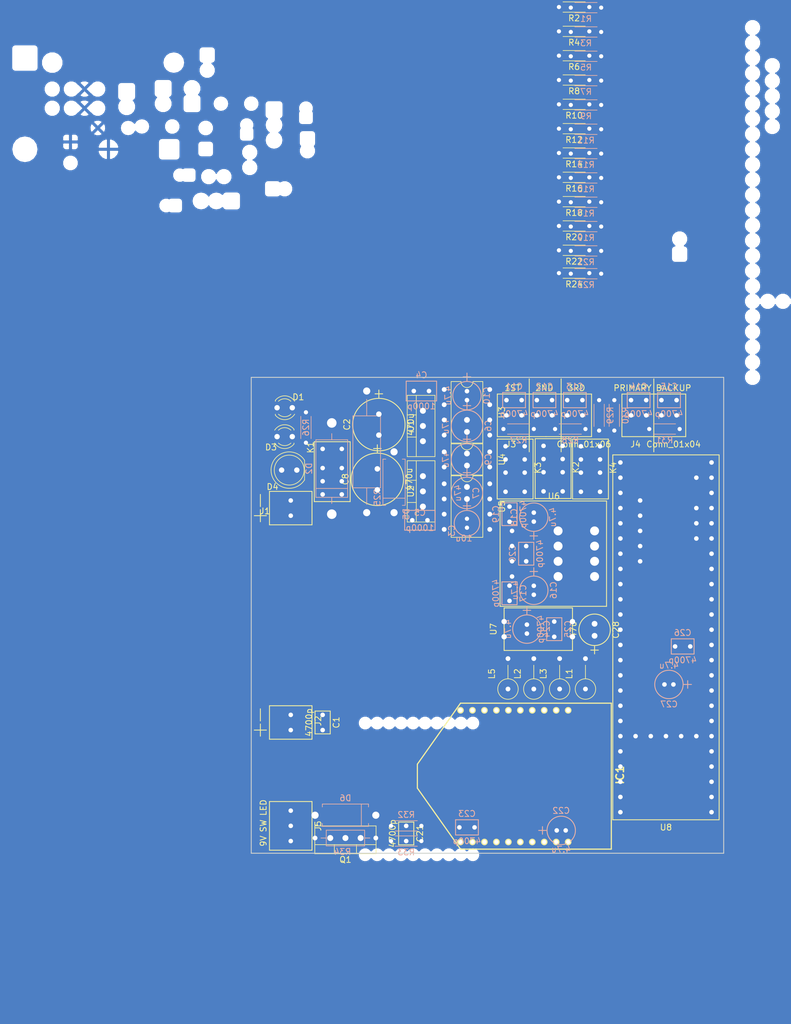
<source format=kicad_pcb>
(kicad_pcb (version 4) (host pcbnew 4.0.7)
  (layers (0 F.Cu signal) (1 In1.Cu power hide) (2 In2.Cu power hide) (31 B.Cu signal hide) (34 B.Paste user hide) (35 F.Paste user hide) (36 B.SilkS user) (37 F.SilkS user) (38 B.Mask user hide) (39 F.Mask user hide) (44 Edge.Cuts user))
  (net 0 "")
  (net 1 GND)
  (net 2 V_5)
  (net 3 V_33)
  (net 4 SWITCH_RETURN)
  (net 5 "/Current Sensor/CurrentIn")
  (net 6 EM_R1+)
  (net 7 EM_R1-)
  (net 8 EM_R2+)
  (net 9 EM_R2-)
  (net 10 EM_R3+)
  (net 11 EM_R3-)
  (net 12 EM_E1+)
  (net 13 EM_E1-)
  (net 14 EM_E2+)
  (net 15 EM_E2-)
  (net 16 CURR_REF)
  (net 17 CurrentData_5V)
  (net 18 /Microcontroller/VEE)
  (net 19 "Net-(D1-Pad1)")
  (net 20 "/Power Rails/VCC_9")
  (net 21 "Net-(D2-Pad2)")
  (net 22 "Net-(D4-Pad2)")
  (net 23 V_9)
  (net 24 "Net-(D6-Pad1)")
  (net 25 /LED_CATHODE)
  (net 26 UART_TIXO)
  (net 27 UART_TOXI)
  (net 28 SPI_MISO)
  (net 29 XB_~RST)
  (net 30 XB_~SLP)
  (net 31 SPI_MOSI)
  (net 32 UART_~CTS)
  (net 33 UART_~RTS)
  (net 34 SPI_SS)
  (net 35 SPI_CLK)
  (net 36 XB_~INTERRUPT)
  (net 37 ROVER_RELAY)
  (net 38 "Net-(K1-Pad8)")
  (net 39 RLY_3_SHNT_SRC)
  (net 40 "Net-(K2-Pad4)")
  (net 41 RLY_12_SHNT_SRC)
  (net 42 RLY_45_SHNT_SRC)
  (net 43 "Net-(Q1-Pad2)")
  (net 44 CurrentData_2.5V)
  (net 45 ARMED_3V)
  (net 46 EM_E2_VD-)
  (net 47 EM_E2_VD+)
  (net 48 EM_E1_VD-)
  (net 49 EM_E1_VD+)
  (net 50 EM_R3_VD-)
  (net 51 EM_R3_VD+)
  (net 52 EM_R2_VD-)
  (net 53 EM_R2_VD+)
  (net 54 EM_R1_VD-)
  (net 55 EM_R1_VD+)
  (net 56 LED_CONTROL)
  (net 57 RELAY_1_DRAIN)
  (net 58 RELAY_2_DRAIN)
  (net 59 RELAY_3_DRAIN)
  (net 60 RELAY_4_DRAIN)
  (net 61 RELAY_5_DRAIN)
  (net 62 "Net-(U6-Pad2)")
  (net 63 "Net-(U6-Pad4)")
  (net 64 "Net-(U6-Pad6)")
  (net 65 PRESSURE+)
  (net 66 PRESSURE-)
  (net 67 "Net-(C3-Pad1)")
  (net 68 "Net-(C21-Pad1)")
  (net 69 "Net-(J2-Pad2)")
  (net 70 "Net-(J5-Pad1)")
  (net 71 "Net-(J5-Pad2)")
  (net 72 "Net-(C1-Pad1)")
  (module Housings_DIP:DIP-8_W7.62mm (layer F.Cu) (at 135.128 87.122)
    (fp_text reference U3 (at 9.652 3.81 90) (layer F.SilkS))
    (fp_text value TLP222A-2)
    (pad 1 thru_hole rect (at 0 0) (size 1.6 1.6) (drill 0.8) (layers *.Cu *.Mask) (net 57 RELAY_1_DRAIN))
    (pad 5 thru_hole oval (at 7.62 7.62) (size 1.6 1.6) (drill 0.8) (layers *.Cu *.Mask) (net 8 EM_R2+))
    (pad 2 thru_hole oval (at 0 2.54) (size 1.6 1.6) (drill 0.8) (layers *.Cu *.Mask) (net 1 GND))
    (pad 6 thru_hole oval (at 7.62 5.08) (size 1.6 1.6) (drill 0.8) (layers *.Cu *.Mask) (net 4 SWITCH_RETURN))
    (pad 3 thru_hole oval (at 0 5.08) (size 1.6 1.6) (drill 0.8) (layers *.Cu *.Mask) (net 58 RELAY_2_DRAIN))
    (pad 7 thru_hole oval (at 7.62 2.54) (size 1.6 1.6) (drill 0.8) (layers *.Cu *.Mask) (net 6 EM_R1+))
    (pad 4 thru_hole oval (at 0 7.62) (size 1.6 1.6) (drill 0.8) (layers *.Cu *.Mask) (net 1 GND))
    (pad 8 thru_hole oval (at 7.62 0) (size 1.6 1.6) (drill 0.8) (layers *.Cu *.Mask) (net 4 SWITCH_RETURN))
  )
  (module TO_SOT_Packages_THT:TO-220-3_Vertical (layer F.Cu) (at 131.572 106.68 90)
    (fp_text reference U2 (at 2.54 -2.032 270) (layer F.SilkS))
    (fp_text value LM1085-3.3)
    (pad 1 thru_hole rect (at 0 0 90) (size 1.8 1.8) (drill 1) (layers *.Cu *.Mask) (net 1 GND))
    (pad 2 thru_hole oval (at 2.54 0 90) (size 1.8 1.8) (drill 1) (layers *.Cu *.Mask) (net 3 V_33))
    (pad 3 thru_hole oval (at 5.08 0 90) (size 1.8 1.8) (drill 1) (layers *.Cu *.Mask) (net 67 "Net-(C3-Pad1)"))
  )
  (module PLEC:THTt_100Px200Lx125Wx200H_1000p (layer B.Cu) (at 131.064 108.966)
    (fp_text reference C5 (at 0 -1.27) (layer B.SilkS) (effects (justify mirror)))
    (fp_text value 1000p (at 0 1.27) (layer B.SilkS) (effects (justify mirror)))
    (pad 1 thru_hole circle (at -1.27 0) (size 1.524 1.524) (drill 0.762) (layers *.Cu *.Mask) (net 67 "Net-(C3-Pad1)"))
    (pad 2 thru_hole circle (at 1.27 0) (size 1.524 1.524) (drill 0.762) (layers *.Cu *.Mask) (net 1 GND))
  )
  (module PLEC:THTt_100Px150Lx100Wx183H_4700p (layer B.Cu) (at 172.72 88.9)
    (fp_text reference C15 (at 0 -2.286) (layer B.SilkS) (effects (justify mirror)))
    (fp_text value 4700p (at 0 2.286) (layer B.SilkS) (effects (justify mirror)))
    (pad 1 thru_hole circle (at -1.27 0) (size 1.524 1.524) (drill 0.762) (layers *.Cu *.Mask) (net 14 EM_E2+))
    (pad 2 thru_hole circle (at 1.27 0) (size 1.524 1.524) (drill 0.762) (layers *.Cu *.Mask) (net 15 EM_E2-))
  )
  (module PLEC:THTt_100Px150Lx100Wx183H_4700p (layer B.Cu) (at 146.05 121.158 270)
    (fp_text reference C17 (at 0 -2.286 270) (layer B.SilkS) (effects (justify mirror)))
    (fp_text value 4700p (at 0 2.286 270) (layer B.SilkS) (effects (justify mirror)))
    (pad 1 thru_hole circle (at -1.27 0 270) (size 1.524 1.524) (drill 0.762) (layers *.Cu *.Mask) (net 16 CURR_REF))
    (pad 2 thru_hole circle (at 1.27 0 270) (size 1.524 1.524) (drill 0.762) (layers *.Cu *.Mask) (net 1 GND))
  )
  (module PLEC:THTt_100Px150Lx100Wx183H_4700p (layer B.Cu) (at 146.05 107.95 90)
    (fp_text reference C19 (at 0 -2.286 90) (layer B.SilkS) (effects (justify mirror)))
    (fp_text value 4700p (at 0 2.286 90) (layer B.SilkS) (effects (justify mirror)))
    (pad 1 thru_hole circle (at -1.27 0 90) (size 1.524 1.524) (drill 0.762) (layers *.Cu *.Mask) (net 2 V_5))
    (pad 2 thru_hole circle (at 1.27 0 90) (size 1.524 1.524) (drill 0.762) (layers *.Cu *.Mask) (net 1 GND))
  )
  (module PLEC:THTt_100Px150Lx100Wx183H_4700p (layer F.Cu) (at 128.778 161.29 90)
    (fp_text reference C21 (at 0 2.286 90) (layer F.SilkS))
    (fp_text value 4700p (at 0 -2.286 90) (layer F.SilkS))
    (pad 1 thru_hole circle (at -1.27 0 90) (size 1.524 1.524) (drill 0.762) (layers *.Cu *.Mask) (net 68 "Net-(C21-Pad1)"))
    (pad 2 thru_hole circle (at 1.27 0 90) (size 1.524 1.524) (drill 0.762) (layers *.Cu *.Mask) (net 1 GND))
  )
  (module PLEC:THTm_1.5Px4Dx7H_4.7u (layer B.Cu) (at 154.686 160.782)
    (fp_text reference C22 (at 0 -3.302) (layer B.SilkS) (effects (justify mirror)))
    (fp_text value 4.7u (at 0 3.175) (layer B.SilkS) (effects (justify mirror)))
    (pad 1 thru_hole rect (at -0.7366 0) (size 1.27 1.27) (drill 0.762) (layers *.Cu *.Mask) (net 3 V_33))
    (pad 2 thru_hole circle (at 0.762 0) (size 1.27 1.27) (drill 0.762) (layers *.Cu *.Mask) (net 1 GND))
  )
  (module PLEC:THTt_100Px150Lx100Wx183H_4700p (layer B.Cu) (at 138.938 160.274)
    (fp_text reference C23 (at 0 -2.286) (layer B.SilkS) (effects (justify mirror)))
    (fp_text value 4700p (at 0 2.286) (layer B.SilkS) (effects (justify mirror)))
    (pad 1 thru_hole circle (at -1.27 0) (size 1.524 1.524) (drill 0.762) (layers *.Cu *.Mask) (net 3 V_33))
    (pad 2 thru_hole circle (at 1.27 0) (size 1.524 1.524) (drill 0.762) (layers *.Cu *.Mask) (net 1 GND))
  )
  (module LEDs:LED_D3.0mm_FlatTop (layer F.Cu) (at 107.188 90.17)
    (fp_text reference D1 (at 3.556 -1.778 180) (layer F.SilkS))
    (fp_text value LED_RP)
    (pad 1 thru_hole rect (at 0 0) (size 1.8 1.8) (drill 0.9) (layers *.Cu *.Mask) (net 19 "Net-(D1-Pad1)"))
    (pad 2 thru_hole circle (at 2.54 0) (size 1.8 1.8) (drill 0.9) (layers *.Cu *.Mask) (net 1 GND))
  )
  (module Diodes_THT:D_DO-201AD_P15.24mm_Horizontal (layer B.Cu) (at 116.332 107.95 90)
    (fp_text reference D2 (at 7.62 -3.81 90) (layer B.SilkS) (effects (justify mirror)))
    (fp_text value D_Zener)
    (pad 1 thru_hole rect (at 0 0 90) (size 3.2 3.2) (drill 1.6) (layers *.Cu *.Mask) (net 20 "/Power Rails/VCC_9"))
    (pad 2 thru_hole oval (at 15.24 0 90) (size 3.2 3.2) (drill 1.6) (layers *.Cu *.Mask) (net 21 "Net-(D2-Pad2)"))
  )
  (module LEDs:LED_D3.0mm_FlatTop (layer F.Cu) (at 109.728 94.996 180)
    (fp_text reference D3 (at 3.556 -1.778 360) (layer F.SilkS))
    (fp_text value LED_OL)
    (pad 1 thru_hole rect (at 0 0 180) (size 1.8 1.8) (drill 0.9) (layers *.Cu *.Mask) (net 1 GND))
    (pad 2 thru_hole circle (at 2.54 0 180) (size 1.8 1.8) (drill 0.9) (layers *.Cu *.Mask) (net 19 "Net-(D1-Pad1)"))
  )
  (module LEDs:LED_D5.0mm_FlatTop (layer F.Cu) (at 110.49 100.584 180)
    (fp_text reference D4 (at 4.064 -2.794 360) (layer F.SilkS))
    (fp_text value LED_GOOD)
    (pad 1 thru_hole rect (at 0 0 180) (size 1.8 1.8) (drill 0.9) (layers *.Cu *.Mask) (net 1 GND))
    (pad 2 thru_hole circle (at 2.54 0 180) (size 1.8 1.8) (drill 0.9) (layers *.Cu *.Mask) (net 22 "Net-(D4-Pad2)"))
  )
  (module Diodes_THT:D_DO-15_P10.16mm_Horizontal (layer B.Cu) (at 126.746 107.696 90)
    (fp_text reference D5 (at -0.254 2.032 90) (layer B.SilkS) (effects (justify mirror)))
    (fp_text value 1N5619GP)
    (pad 1 thru_hole rect (at 0 0 90) (size 2.4 2.4) (drill 1.2) (layers *.Cu *.Mask))
    (pad 2 thru_hole oval (at 10.16 0 90) (size 2.4 2.4) (drill 1.2) (layers *.Cu *.Mask) (net 23 V_9))
  )
  (module Diodes_THT:D_DO-15_P10.16mm_Horizontal (layer B.Cu) (at 123.698 158.242 180)
    (fp_text reference D6 (at 5.08 2.86 180) (layer B.SilkS) (effects (justify mirror)))
    (fp_text value 1N5619GP)
    (pad 1 thru_hole rect (at 0 0 180) (size 2.4 2.4) (drill 1.2) (layers *.Cu *.Mask) (net 24 "Net-(D6-Pad1)"))
    (pad 2 thru_hole oval (at 10.16 0 180) (size 2.4 2.4) (drill 1.2) (layers *.Cu *.Mask) (net 25 /LED_CATHODE))
  )
  (module PLEC:XBP9B-DMST-002 (layer F.Cu) (at 137.86 151.54 90)
    (fp_text reference IC1 (at 0 26.67 90) (layer F.SilkS) (effects (font (size 1.27 1.27) (thickness 0.254))))
    (fp_text value XBP9B-DMST-002 hide)
    (pad 1 thru_hole circle (at -11.176 0 180) (size 1.11 1.11) (drill 0.71) (layers *.Cu *.Mask F.SilkS) (net 3 V_33))
    (pad 2 thru_hole circle (at -11.176 2 180) (size 1.11 1.11) (drill 0.71) (layers *.Cu *.Mask F.SilkS) (net 26 UART_TIXO))
    (pad 3 thru_hole circle (at -11.176 4 180) (size 1.11 1.11) (drill 0.71) (layers *.Cu *.Mask F.SilkS) (net 27 UART_TOXI))
    (pad 4 thru_hole circle (at -11.176 6 180) (size 1.11 1.11) (drill 0.71) (layers *.Cu *.Mask F.SilkS) (net 28 SPI_MISO))
    (pad 5 thru_hole circle (at -11.176 8 180) (size 1.11 1.11) (drill 0.71) (layers *.Cu *.Mask F.SilkS) (net 29 XB_~RST))
    (pad 6 thru_hole circle (at -11.176 10 180) (size 1.11 1.11) (drill 0.71) (layers *.Cu *.Mask F.SilkS))
    (pad 7 thru_hole circle (at -11.176 12 180) (size 1.11 1.11) (drill 0.71) (layers *.Cu *.Mask F.SilkS))
    (pad 8 thru_hole circle (at -11.176 14 180) (size 1.11 1.11) (drill 0.71) (layers *.Cu *.Mask F.SilkS))
    (pad 9 thru_hole circle (at -11.176 16 180) (size 1.11 1.11) (drill 0.71) (layers *.Cu *.Mask F.SilkS) (net 30 XB_~SLP))
    (pad 10 thru_hole circle (at -11.176 18 180) (size 1.11 1.11) (drill 0.71) (layers *.Cu *.Mask F.SilkS) (net 1 GND))
    (pad 11 thru_hole circle (at 10.824 18 180) (size 1.11 1.11) (drill 0.71) (layers *.Cu *.Mask F.SilkS) (net 31 SPI_MOSI))
    (pad 12 thru_hole circle (at 10.824 16 180) (size 1.11 1.11) (drill 0.71) (layers *.Cu *.Mask F.SilkS) (net 32 UART_~CTS))
    (pad 13 thru_hole circle (at 10.824 14 180) (size 1.11 1.11) (drill 0.71) (layers *.Cu *.Mask F.SilkS))
    (pad 14 thru_hole circle (at 10.824 12 180) (size 1.11 1.11) (drill 0.71) (layers *.Cu *.Mask F.SilkS) (net 1 GND))
    (pad 15 thru_hole circle (at 10.824 10 180) (size 1.11 1.11) (drill 0.71) (layers *.Cu *.Mask F.SilkS))
    (pad 16 thru_hole circle (at 10.824 8 180) (size 1.11 1.11) (drill 0.71) (layers *.Cu *.Mask F.SilkS) (net 33 UART_~RTS))
    (pad 17 thru_hole circle (at 10.824 6 180) (size 1.11 1.11) (drill 0.71) (layers *.Cu *.Mask F.SilkS) (net 34 SPI_SS))
    (pad 18 thru_hole circle (at 10.824 4 180) (size 1.11 1.11) (drill 0.71) (layers *.Cu *.Mask F.SilkS) (net 35 SPI_CLK))
    (pad 19 thru_hole circle (at 10.824 2 180) (size 1.11 1.11) (drill 0.71) (layers *.Cu *.Mask F.SilkS) (net 36 XB_~INTERRUPT))
    (pad 20 thru_hole circle (at 10.824 0 180) (size 1.11 1.11) (drill 0.71) (layers *.Cu *.Mask F.SilkS))
  )
  (module PLEC:THT_TerminalBlock_2.5mm_2pos (layer F.Cu) (at 109.474 108.204 90)
    (fp_text reference J1 (at 0.762 -4.318 360) (layer F.SilkS))
    (fp_text value Conn_01x02)
    (pad 1 thru_hole rect (at 0 0 90) (size 1.524 1.524) (drill 0.762) (layers *.Cu *.Mask) (net 20 "/Power Rails/VCC_9"))
    (pad 2 thru_hole circle (at 2.54 0 90) (size 1.524 1.524) (drill 0.762) (layers *.Cu *.Mask) (net 1 GND))
  )
  (module PLEC:THT_TerminalBlock_2.5mm_2pos (layer F.Cu) (at 109.474 144.018 90)
    (fp_text reference J2 (at 1.524 4.572 90) (layer F.SilkS))
    (fp_text value Conn_01x02)
    (pad 1 thru_hole rect (at 0 0 90) (size 1.524 1.524) (drill 0.762) (layers *.Cu *.Mask) (net 72 "Net-(C1-Pad1)"))
    (pad 2 thru_hole circle (at 2.54 0 90) (size 1.524 1.524) (drill 0.762) (layers *.Cu *.Mask) (net 69 "Net-(J2-Pad2)"))
  )
  (module PLEC:PB1167 (layer F.Cu) (at 114.808 97.048 270)
    (fp_text reference K1 (at -0.254 2.032 270) (layer F.SilkS))
    (fp_text value PB1167)
    (pad 1 thru_hole circle (at 0 0 270) (size 1.524 1.524) (drill 0.762) (layers *.Cu *.Mask) (net 21 "Net-(D2-Pad2)"))
    (pad 2 thru_hole circle (at 3.2 0 270) (size 1.524 1.524) (drill 0.762) (layers *.Cu *.Mask) (net 20 "/Power Rails/VCC_9"))
    (pad 3 thru_hole circle (at 5.4 0 270) (size 1.524 1.524) (drill 0.762) (layers *.Cu *.Mask) (net 23 V_9))
    (pad 4 thru_hole circle (at 7.6 0 270) (size 1.524 1.524) (drill 0.762) (layers *.Cu *.Mask))
    (pad 5 thru_hole circle (at 7.6 -3.2 270) (size 1.524 1.524) (drill 0.762) (layers *.Cu *.Mask))
    (pad 6 thru_hole circle (at 5.4 -3.2 270) (size 1.524 1.524) (drill 0.762) (layers *.Cu *.Mask) (net 23 V_9))
    (pad 7 thru_hole circle (at 3.2 -3.2 270) (size 1.524 1.524) (drill 0.762) (layers *.Cu *.Mask) (net 20 "/Power Rails/VCC_9"))
    (pad 8 thru_hole circle (at 0 -3.2 270) (size 1.524 1.524) (drill 0.762) (layers *.Cu *.Mask) (net 38 "Net-(K1-Pad8)"))
  )
  (module PLEC:PB1167 (layer F.Cu) (at 154.94 104.14 90)
    (fp_text reference K2 (at 4 2.2 90) (layer F.SilkS))
    (fp_text value PB1167)
    (pad 1 thru_hole circle (at 0 0 90) (size 1.524 1.524) (drill 0.762) (layers *.Cu *.Mask) (net 39 RLY_3_SHNT_SRC))
    (pad 2 thru_hole circle (at 3.2 0 90) (size 1.524 1.524) (drill 0.762) (layers *.Cu *.Mask) (net 10 EM_R3+))
    (pad 3 thru_hole circle (at 5.4 0 90) (size 1.524 1.524) (drill 0.762) (layers *.Cu *.Mask) (net 11 EM_R3-))
    (pad 4 thru_hole circle (at 7.6 0 90) (size 1.524 1.524) (drill 0.762) (layers *.Cu *.Mask) (net 40 "Net-(K2-Pad4)"))
    (pad 5 thru_hole circle (at 7.6 -3.2 90) (size 1.524 1.524) (drill 0.762) (layers *.Cu *.Mask) (net 5 "/Current Sensor/CurrentIn"))
    (pad 6 thru_hole circle (at 5.4 -3.2 90) (size 1.524 1.524) (drill 0.762) (layers *.Cu *.Mask) (net 10 EM_R3+))
    (pad 7 thru_hole circle (at 3.2 -3.2 90) (size 1.524 1.524) (drill 0.762) (layers *.Cu *.Mask) (net 11 EM_R3-))
    (pad 8 thru_hole circle (at 0 -3.2 90) (size 1.524 1.524) (drill 0.762) (layers *.Cu *.Mask) (net 1 GND))
  )
  (module PLEC:PB1167 (layer F.Cu) (at 148.59 104.206 90)
    (fp_text reference K3 (at 4 2.2 90) (layer F.SilkS))
    (fp_text value PB1167)
    (pad 1 thru_hole circle (at 0 0 90) (size 1.524 1.524) (drill 0.762) (layers *.Cu *.Mask) (net 41 RLY_12_SHNT_SRC))
    (pad 2 thru_hole circle (at 3.2 0 90) (size 1.524 1.524) (drill 0.762) (layers *.Cu *.Mask) (net 6 EM_R1+))
    (pad 3 thru_hole circle (at 5.4 0 90) (size 1.524 1.524) (drill 0.762) (layers *.Cu *.Mask) (net 7 EM_R1-))
    (pad 4 thru_hole circle (at 7.6 0 90) (size 1.524 1.524) (drill 0.762) (layers *.Cu *.Mask) (net 5 "/Current Sensor/CurrentIn"))
    (pad 5 thru_hole circle (at 7.6 -3.2 90) (size 1.524 1.524) (drill 0.762) (layers *.Cu *.Mask) (net 5 "/Current Sensor/CurrentIn"))
    (pad 6 thru_hole circle (at 5.4 -3.2 90) (size 1.524 1.524) (drill 0.762) (layers *.Cu *.Mask) (net 9 EM_R2-))
    (pad 7 thru_hole circle (at 3.2 -3.2 90) (size 1.524 1.524) (drill 0.762) (layers *.Cu *.Mask) (net 8 EM_R2+))
    (pad 8 thru_hole circle (at 0 -3.2 90) (size 1.524 1.524) (drill 0.762) (layers *.Cu *.Mask) (net 1 GND))
  )
  (module PLEC:PB1167 (layer F.Cu) (at 161.188 104.206 90)
    (fp_text reference K4 (at 4 2.2 90) (layer F.SilkS))
    (fp_text value PB1167)
    (pad 1 thru_hole circle (at 0 0 90) (size 1.524 1.524) (drill 0.762) (layers *.Cu *.Mask) (net 42 RLY_45_SHNT_SRC))
    (pad 2 thru_hole circle (at 3.2 0 90) (size 1.524 1.524) (drill 0.762) (layers *.Cu *.Mask) (net 12 EM_E1+))
    (pad 3 thru_hole circle (at 5.4 0 90) (size 1.524 1.524) (drill 0.762) (layers *.Cu *.Mask) (net 13 EM_E1-))
    (pad 4 thru_hole circle (at 7.6 0 90) (size 1.524 1.524) (drill 0.762) (layers *.Cu *.Mask) (net 5 "/Current Sensor/CurrentIn"))
    (pad 5 thru_hole circle (at 7.6 -3.2 90) (size 1.524 1.524) (drill 0.762) (layers *.Cu *.Mask) (net 5 "/Current Sensor/CurrentIn"))
    (pad 6 thru_hole circle (at 5.4 -3.2 90) (size 1.524 1.524) (drill 0.762) (layers *.Cu *.Mask) (net 15 EM_E2-))
    (pad 7 thru_hole circle (at 3.2 -3.2 90) (size 1.524 1.524) (drill 0.762) (layers *.Cu *.Mask) (net 14 EM_E2+))
    (pad 8 thru_hole circle (at 0 -3.2 90) (size 1.524 1.524) (drill 0.762) (layers *.Cu *.Mask) (net 1 GND))
  )
  (module TO_SOT_Packages_THT:TO-220-3_Vertical (layer F.Cu) (at 121.158 162.052 180)
    (fp_text reference Q1 (at 2.54 -3.62 180) (layer F.SilkS))
    (fp_text value KSC2073H2TU)
    (pad 1 thru_hole rect (at 0 0 180) (size 1.8 1.8) (drill 1) (layers *.Cu *.Mask) (net 68 "Net-(C21-Pad1)"))
    (pad 2 thru_hole oval (at 2.54 0 180) (size 1.8 1.8) (drill 1) (layers *.Cu *.Mask) (net 43 "Net-(Q1-Pad2)"))
    (pad 3 thru_hole oval (at 5.08 0 180) (size 1.8 1.8) (drill 1) (layers *.Cu *.Mask) (net 1 GND))
  )
  (module Resistors_THT:R_Axial_DIN0204_L3.6mm_D1.6mm_P5.08mm_Horizontal (layer B.Cu) (at 156.29977 23.327756)
    (fp_text reference R1 (at 2.54 1.86) (layer B.SilkS) (effects (justify mirror)))
    (fp_text value 100k)
    (pad 1 thru_hole circle (at 0 0) (size 1.4 1.4) (drill 0.7) (layers *.Cu *.Mask) (net 17 CurrentData_5V))
    (pad 2 thru_hole oval (at 5.08 0) (size 1.4 1.4) (drill 0.7) (layers *.Cu *.Mask) (net 44 CurrentData_2.5V))
  )
  (module Resistors_THT:R_Axial_DIN0204_L3.6mm_D1.6mm_P5.08mm_Horizontal (layer F.Cu) (at 159.396424 23.226688 180)
    (fp_text reference R2 (at 2.54 -1.86 180) (layer F.SilkS))
    (fp_text value 100k)
    (pad 1 thru_hole circle (at 0 0 180) (size 1.4 1.4) (drill 0.7) (layers *.Cu *.Mask) (net 44 CurrentData_2.5V))
    (pad 2 thru_hole oval (at 5.08 0 180) (size 1.4 1.4) (drill 0.7) (layers *.Cu *.Mask) (net 1 GND))
  )
  (module Resistors_THT:R_Axial_DIN0204_L3.6mm_D1.6mm_P5.08mm_Horizontal (layer B.Cu) (at 156.29977 27.391756)
    (fp_text reference R3 (at 2.54 1.86) (layer B.SilkS) (effects (justify mirror)))
    (fp_text value 100k)
    (pad 1 thru_hole circle (at 0 0) (size 1.4 1.4) (drill 0.7) (layers *.Cu *.Mask) (net 4 SWITCH_RETURN))
    (pad 2 thru_hole oval (at 5.08 0) (size 1.4 1.4) (drill 0.7) (layers *.Cu *.Mask) (net 45 ARMED_3V))
  )
  (module Resistors_THT:R_Axial_DIN0204_L3.6mm_D1.6mm_P5.08mm_Horizontal (layer F.Cu) (at 159.396424 27.290688 180)
    (fp_text reference R4 (at 2.54 -1.86 180) (layer F.SilkS))
    (fp_text value 33k)
    (pad 1 thru_hole circle (at 0 0 180) (size 1.4 1.4) (drill 0.7) (layers *.Cu *.Mask) (net 45 ARMED_3V))
    (pad 2 thru_hole oval (at 5.08 0 180) (size 1.4 1.4) (drill 0.7) (layers *.Cu *.Mask) (net 1 GND))
  )
  (module Resistors_THT:R_Axial_DIN0204_L3.6mm_D1.6mm_P5.08mm_Horizontal (layer B.Cu) (at 156.29977 31.455756)
    (fp_text reference R5 (at 2.54 1.86) (layer B.SilkS) (effects (justify mirror)))
    (fp_text value 100k)
    (pad 1 thru_hole circle (at 0 0) (size 1.4 1.4) (drill 0.7) (layers *.Cu *.Mask) (net 15 EM_E2-))
    (pad 2 thru_hole oval (at 5.08 0) (size 1.4 1.4) (drill 0.7) (layers *.Cu *.Mask) (net 46 EM_E2_VD-))
  )
  (module Resistors_THT:R_Axial_DIN0204_L3.6mm_D1.6mm_P5.08mm_Horizontal (layer F.Cu) (at 159.396424 31.354688 180)
    (fp_text reference R6 (at 2.54 -1.86 180) (layer F.SilkS))
    (fp_text value 33k)
    (pad 1 thru_hole circle (at 0 0 180) (size 1.4 1.4) (drill 0.7) (layers *.Cu *.Mask) (net 46 EM_E2_VD-))
    (pad 2 thru_hole oval (at 5.08 0 180) (size 1.4 1.4) (drill 0.7) (layers *.Cu *.Mask) (net 1 GND))
  )
  (module Resistors_THT:R_Axial_DIN0204_L3.6mm_D1.6mm_P5.08mm_Horizontal (layer B.Cu) (at 156.29977 35.519756)
    (fp_text reference R7 (at 2.54 1.86) (layer B.SilkS) (effects (justify mirror)))
    (fp_text value 100k)
    (pad 1 thru_hole circle (at 0 0) (size 1.4 1.4) (drill 0.7) (layers *.Cu *.Mask) (net 14 EM_E2+))
    (pad 2 thru_hole oval (at 5.08 0) (size 1.4 1.4) (drill 0.7) (layers *.Cu *.Mask) (net 47 EM_E2_VD+))
  )
  (module Resistors_THT:R_Axial_DIN0204_L3.6mm_D1.6mm_P5.08mm_Horizontal (layer F.Cu) (at 159.396424 35.418688 180)
    (fp_text reference R8 (at 2.54 -1.86 180) (layer F.SilkS))
    (fp_text value 33k)
    (pad 1 thru_hole circle (at 0 0 180) (size 1.4 1.4) (drill 0.7) (layers *.Cu *.Mask) (net 47 EM_E2_VD+))
    (pad 2 thru_hole oval (at 5.08 0 180) (size 1.4 1.4) (drill 0.7) (layers *.Cu *.Mask) (net 1 GND))
  )
  (module Resistors_THT:R_Axial_DIN0204_L3.6mm_D1.6mm_P5.08mm_Horizontal (layer B.Cu) (at 156.29977 39.583756)
    (fp_text reference R9 (at 2.54 1.86) (layer B.SilkS) (effects (justify mirror)))
    (fp_text value 100k)
    (pad 1 thru_hole circle (at 0 0) (size 1.4 1.4) (drill 0.7) (layers *.Cu *.Mask) (net 13 EM_E1-))
    (pad 2 thru_hole oval (at 5.08 0) (size 1.4 1.4) (drill 0.7) (layers *.Cu *.Mask) (net 48 EM_E1_VD-))
  )
  (module Resistors_THT:R_Axial_DIN0204_L3.6mm_D1.6mm_P5.08mm_Horizontal (layer F.Cu) (at 159.396424 39.482688 180)
    (fp_text reference R10 (at 2.54 -1.86 180) (layer F.SilkS))
    (fp_text value 33k)
    (pad 1 thru_hole circle (at 0 0 180) (size 1.4 1.4) (drill 0.7) (layers *.Cu *.Mask) (net 48 EM_E1_VD-))
    (pad 2 thru_hole oval (at 5.08 0 180) (size 1.4 1.4) (drill 0.7) (layers *.Cu *.Mask) (net 1 GND))
  )
  (module Resistors_THT:R_Axial_DIN0204_L3.6mm_D1.6mm_P5.08mm_Horizontal (layer B.Cu) (at 156.29977 43.647756)
    (fp_text reference R11 (at 2.54 1.86) (layer B.SilkS) (effects (justify mirror)))
    (fp_text value 100k)
    (pad 1 thru_hole circle (at 0 0) (size 1.4 1.4) (drill 0.7) (layers *.Cu *.Mask) (net 12 EM_E1+))
    (pad 2 thru_hole oval (at 5.08 0) (size 1.4 1.4) (drill 0.7) (layers *.Cu *.Mask) (net 49 EM_E1_VD+))
  )
  (module Resistors_THT:R_Axial_DIN0204_L3.6mm_D1.6mm_P5.08mm_Horizontal (layer F.Cu) (at 159.396424 43.546688 180)
    (fp_text reference R12 (at 2.54 -1.86 180) (layer F.SilkS))
    (fp_text value 33k)
    (pad 1 thru_hole circle (at 0 0 180) (size 1.4 1.4) (drill 0.7) (layers *.Cu *.Mask) (net 49 EM_E1_VD+))
    (pad 2 thru_hole oval (at 5.08 0 180) (size 1.4 1.4) (drill 0.7) (layers *.Cu *.Mask) (net 1 GND))
  )
  (module Resistors_THT:R_Axial_DIN0204_L3.6mm_D1.6mm_P5.08mm_Horizontal (layer B.Cu) (at 156.29977 47.711756)
    (fp_text reference R13 (at 2.54 1.86) (layer B.SilkS) (effects (justify mirror)))
    (fp_text value 100k)
    (pad 1 thru_hole circle (at 0 0) (size 1.4 1.4) (drill 0.7) (layers *.Cu *.Mask) (net 11 EM_R3-))
    (pad 2 thru_hole oval (at 5.08 0) (size 1.4 1.4) (drill 0.7) (layers *.Cu *.Mask) (net 50 EM_R3_VD-))
  )
  (module Resistors_THT:R_Axial_DIN0204_L3.6mm_D1.6mm_P5.08mm_Horizontal (layer F.Cu) (at 159.396424 47.610688 180)
    (fp_text reference R14 (at 2.54 -1.86 180) (layer F.SilkS))
    (fp_text value 33k)
    (pad 1 thru_hole circle (at 0 0 180) (size 1.4 1.4) (drill 0.7) (layers *.Cu *.Mask) (net 50 EM_R3_VD-))
    (pad 2 thru_hole oval (at 5.08 0 180) (size 1.4 1.4) (drill 0.7) (layers *.Cu *.Mask) (net 1 GND))
  )
  (module Resistors_THT:R_Axial_DIN0204_L3.6mm_D1.6mm_P5.08mm_Horizontal (layer B.Cu) (at 156.29977 51.775756)
    (fp_text reference R15 (at 2.54 1.86) (layer B.SilkS) (effects (justify mirror)))
    (fp_text value 100k)
    (pad 1 thru_hole circle (at 0 0) (size 1.4 1.4) (drill 0.7) (layers *.Cu *.Mask) (net 10 EM_R3+))
    (pad 2 thru_hole oval (at 5.08 0) (size 1.4 1.4) (drill 0.7) (layers *.Cu *.Mask) (net 51 EM_R3_VD+))
  )
  (module Resistors_THT:R_Axial_DIN0204_L3.6mm_D1.6mm_P5.08mm_Horizontal (layer F.Cu) (at 159.396424 51.674688 180)
    (fp_text reference R16 (at 2.54 -1.86 180) (layer F.SilkS))
    (fp_text value 33k)
    (pad 1 thru_hole circle (at 0 0 180) (size 1.4 1.4) (drill 0.7) (layers *.Cu *.Mask) (net 51 EM_R3_VD+))
    (pad 2 thru_hole oval (at 5.08 0 180) (size 1.4 1.4) (drill 0.7) (layers *.Cu *.Mask) (net 1 GND))
  )
  (module Resistors_THT:R_Axial_DIN0204_L3.6mm_D1.6mm_P5.08mm_Horizontal (layer B.Cu) (at 156.29977 55.839756)
    (fp_text reference R17 (at 2.54 1.86) (layer B.SilkS) (effects (justify mirror)))
    (fp_text value 100k)
    (pad 1 thru_hole circle (at 0 0) (size 1.4 1.4) (drill 0.7) (layers *.Cu *.Mask) (net 9 EM_R2-))
    (pad 2 thru_hole oval (at 5.08 0) (size 1.4 1.4) (drill 0.7) (layers *.Cu *.Mask) (net 52 EM_R2_VD-))
  )
  (module Resistors_THT:R_Axial_DIN0204_L3.6mm_D1.6mm_P5.08mm_Horizontal (layer F.Cu) (at 159.396424 55.738688 180)
    (fp_text reference R18 (at 2.54 -1.86 180) (layer F.SilkS))
    (fp_text value 33k)
    (pad 1 thru_hole circle (at 0 0 180) (size 1.4 1.4) (drill 0.7) (layers *.Cu *.Mask) (net 52 EM_R2_VD-))
    (pad 2 thru_hole oval (at 5.08 0 180) (size 1.4 1.4) (drill 0.7) (layers *.Cu *.Mask) (net 1 GND))
  )
  (module Resistors_THT:R_Axial_DIN0204_L3.6mm_D1.6mm_P5.08mm_Horizontal (layer B.Cu) (at 156.29977 59.903756)
    (fp_text reference R19 (at 2.54 1.86) (layer B.SilkS) (effects (justify mirror)))
    (fp_text value 100k)
    (pad 1 thru_hole circle (at 0 0) (size 1.4 1.4) (drill 0.7) (layers *.Cu *.Mask) (net 8 EM_R2+))
    (pad 2 thru_hole oval (at 5.08 0) (size 1.4 1.4) (drill 0.7) (layers *.Cu *.Mask) (net 53 EM_R2_VD+))
  )
  (module Resistors_THT:R_Axial_DIN0204_L3.6mm_D1.6mm_P5.08mm_Horizontal (layer F.Cu) (at 159.396424 59.802688 180)
    (fp_text reference R20 (at 2.54 -1.86 180) (layer F.SilkS))
    (fp_text value 33k)
    (pad 1 thru_hole circle (at 0 0 180) (size 1.4 1.4) (drill 0.7) (layers *.Cu *.Mask) (net 53 EM_R2_VD+))
    (pad 2 thru_hole oval (at 5.08 0 180) (size 1.4 1.4) (drill 0.7) (layers *.Cu *.Mask) (net 1 GND))
  )
  (module Resistors_THT:R_Axial_DIN0204_L3.6mm_D1.6mm_P5.08mm_Horizontal (layer B.Cu) (at 156.29977 63.967756)
    (fp_text reference R21 (at 2.54 1.86) (layer B.SilkS) (effects (justify mirror)))
    (fp_text value 100k)
    (pad 1 thru_hole circle (at 0 0) (size 1.4 1.4) (drill 0.7) (layers *.Cu *.Mask) (net 7 EM_R1-))
    (pad 2 thru_hole oval (at 5.08 0) (size 1.4 1.4) (drill 0.7) (layers *.Cu *.Mask) (net 54 EM_R1_VD-))
  )
  (module Resistors_THT:R_Axial_DIN0204_L3.6mm_D1.6mm_P5.08mm_Horizontal (layer F.Cu) (at 159.396424 63.866688 180)
    (fp_text reference R22 (at 2.54 -1.86 180) (layer F.SilkS))
    (fp_text value 33k)
    (pad 1 thru_hole circle (at 0 0 180) (size 1.4 1.4) (drill 0.7) (layers *.Cu *.Mask) (net 54 EM_R1_VD-))
    (pad 2 thru_hole oval (at 5.08 0 180) (size 1.4 1.4) (drill 0.7) (layers *.Cu *.Mask) (net 1 GND))
  )
  (module Resistors_THT:R_Axial_DIN0204_L3.6mm_D1.6mm_P5.08mm_Horizontal (layer B.Cu) (at 156.29977 67.777756)
    (fp_text reference R23 (at 2.54 1.86) (layer B.SilkS) (effects (justify mirror)))
    (fp_text value 100k)
    (pad 1 thru_hole circle (at 0 0) (size 1.4 1.4) (drill 0.7) (layers *.Cu *.Mask) (net 6 EM_R1+))
    (pad 2 thru_hole oval (at 5.08 0) (size 1.4 1.4) (drill 0.7) (layers *.Cu *.Mask) (net 55 EM_R1_VD+))
  )
  (module Resistors_THT:R_Axial_DIN0204_L3.6mm_D1.6mm_P5.08mm_Horizontal (layer F.Cu) (at 159.396424 67.676688 180)
    (fp_text reference R24 (at 2.54 -1.86 180) (layer F.SilkS))
    (fp_text value 33k)
    (pad 1 thru_hole circle (at 0 0 180) (size 1.4 1.4) (drill 0.7) (layers *.Cu *.Mask) (net 55 EM_R1_VD+))
    (pad 2 thru_hole oval (at 5.08 0 180) (size 1.4 1.4) (drill 0.7) (layers *.Cu *.Mask) (net 1 GND))
  )
  (module Resistors_THT:R_Axial_DIN0414_L11.9mm_D4.5mm_P20.32mm_Horizontal (layer B.Cu) (at 122.174 107.696 90)
    (fp_text reference R25 (at 2.54 1.778 90) (layer B.SilkS) (effects (justify mirror)))
    (fp_text value 600)
    (pad 1 thru_hole circle (at 0 0 90) (size 2.4 2.4) (drill 1.2) (layers *.Cu *.Mask) (net 38 "Net-(K1-Pad8)"))
    (pad 2 thru_hole oval (at 20.32 0 90) (size 2.4 2.4) (drill 1.2) (layers *.Cu *.Mask) (net 19 "Net-(D1-Pad1)"))
  )
  (module Resistors_THT:R_Axial_DIN0204_L3.6mm_D1.6mm_P5.08mm_Horizontal (layer B.Cu) (at 112.014 90.932 270)
    (fp_text reference R26 (at 2.54 0 450) (layer B.SilkS) (effects (justify mirror)))
    (fp_text value 2k)
    (pad 1 thru_hole circle (at 0 0 270) (size 1.4 1.4) (drill 0.7) (layers *.Cu *.Mask) (net 23 V_9))
    (pad 2 thru_hole oval (at 5.08 0 270) (size 1.4 1.4) (drill 0.7) (layers *.Cu *.Mask) (net 22 "Net-(D4-Pad2)"))
  )
  (module Resistors_THT:R_Axial_DIN0204_L3.6mm_D1.6mm_P5.08mm_Horizontal (layer B.Cu) (at 161.036 93.98 90)
    (fp_text reference R29 (at 2.54 1.86 90) (layer B.SilkS) (effects (justify mirror)))
    (fp_text value 100K)
    (pad 1 thru_hole circle (at 0 0 90) (size 1.4 1.4) (drill 0.7) (layers *.Cu *.Mask) (net 10 EM_R3+))
    (pad 2 thru_hole oval (at 5.08 0 90) (size 1.4 1.4) (drill 0.7) (layers *.Cu *.Mask) (net 11 EM_R3-))
  )
  (module Resistors_THT:R_Axial_DIN0204_L3.6mm_D1.6mm_P5.08mm_Horizontal (layer B.Cu) (at 163.576 93.98 90)
    (fp_text reference R30 (at 2.54 1.86 90) (layer B.SilkS) (effects (justify mirror)))
    (fp_text value 100K)
    (pad 1 thru_hole circle (at 0 0 90) (size 1.4 1.4) (drill 0.7) (layers *.Cu *.Mask) (net 12 EM_E1+))
    (pad 2 thru_hole oval (at 5.08 0 90) (size 1.4 1.4) (drill 0.7) (layers *.Cu *.Mask) (net 13 EM_E1-))
  )
  (module Resistors_THT:R_Axial_DIN0204_L3.6mm_D1.6mm_P5.08mm_Horizontal (layer B.Cu) (at 169.418 93.726)
    (fp_text reference R31 (at 2.54 1.86) (layer B.SilkS) (effects (justify mirror)))
    (fp_text value 100K)
    (pad 1 thru_hole circle (at 0 0) (size 1.4 1.4) (drill 0.7) (layers *.Cu *.Mask) (net 14 EM_E2+))
    (pad 2 thru_hole oval (at 5.08 0) (size 1.4 1.4) (drill 0.7) (layers *.Cu *.Mask) (net 15 EM_E2-))
  )
  (module Resistors_THT:R_Axial_DIN0204_L3.6mm_D1.6mm_P5.08mm_Horizontal (layer B.Cu) (at 131.318 160.02 180)
    (fp_text reference R32 (at 2.54 1.86 180) (layer B.SilkS) (effects (justify mirror)))
    (fp_text value 100K)
    (pad 1 thru_hole circle (at 0 0 180) (size 1.4 1.4) (drill 0.7) (layers *.Cu *.Mask) (net 68 "Net-(C21-Pad1)"))
    (pad 2 thru_hole oval (at 5.08 0 180) (size 1.4 1.4) (drill 0.7) (layers *.Cu *.Mask) (net 56 LED_CONTROL))
  )
  (module Resistors_THT:R_Axial_DIN0204_L3.6mm_D1.6mm_P5.08mm_Horizontal (layer B.Cu) (at 126.238 162.56)
    (fp_text reference R33 (at 2.54 1.86) (layer B.SilkS) (effects (justify mirror)))
    (fp_text value 100K)
    (pad 1 thru_hole circle (at 0 0) (size 1.4 1.4) (drill 0.7) (layers *.Cu *.Mask) (net 4 SWITCH_RETURN))
    (pad 2 thru_hole oval (at 5.08 0) (size 1.4 1.4) (drill 0.7) (layers *.Cu *.Mask) (net 68 "Net-(C21-Pad1)"))
  )
  (module TO_SOT_Packages_THT:TO-220-3_Vertical (layer F.Cu) (at 131.572 95.758 90)
    (fp_text reference U1 (at 2.54 -2.032 270) (layer F.SilkS))
    (fp_text value LM1085-5.0)
    (pad 1 thru_hole rect (at 0 0 90) (size 1.8 1.8) (drill 1) (layers *.Cu *.Mask) (net 1 GND))
    (pad 2 thru_hole oval (at 2.54 0 90) (size 1.8 1.8) (drill 1) (layers *.Cu *.Mask) (net 2 V_5))
    (pad 3 thru_hole oval (at 5.08 0 90) (size 1.8 1.8) (drill 1) (layers *.Cu *.Mask) (net 67 "Net-(C3-Pad1)"))
  )
  (module Housings_DIP:DIP-4_W7.62mm (layer F.Cu) (at 135.128 97.536)
    (fp_text reference U4 (at 9.652 1.27 90) (layer F.SilkS))
    (fp_text value TLP222A)
    (pad 1 thru_hole rect (at 0 0) (size 1.6 1.6) (drill 0.8) (layers *.Cu *.Mask) (net 59 RELAY_3_DRAIN))
    (pad 3 thru_hole oval (at 7.62 2.54) (size 1.6 1.6) (drill 0.8) (layers *.Cu *.Mask) (net 40 "Net-(K2-Pad4)"))
    (pad 2 thru_hole oval (at 0 2.54) (size 1.6 1.6) (drill 0.8) (layers *.Cu *.Mask) (net 1 GND))
    (pad 4 thru_hole oval (at 7.62 0) (size 1.6 1.6) (drill 0.8) (layers *.Cu *.Mask) (net 4 SWITCH_RETURN))
  )
  (module Housings_DIP:DIP-8_W7.62mm (layer F.Cu) (at 135.128 102.87)
    (fp_text reference U5 (at 9.652 3.81 90) (layer F.SilkS))
    (fp_text value TLP222A-2)
    (pad 1 thru_hole rect (at 0 0) (size 1.6 1.6) (drill 0.8) (layers *.Cu *.Mask) (net 60 RELAY_4_DRAIN))
    (pad 5 thru_hole oval (at 7.62 7.62) (size 1.6 1.6) (drill 0.8) (layers *.Cu *.Mask) (net 14 EM_E2+))
    (pad 2 thru_hole oval (at 0 2.54) (size 1.6 1.6) (drill 0.8) (layers *.Cu *.Mask) (net 1 GND))
    (pad 6 thru_hole oval (at 7.62 5.08) (size 1.6 1.6) (drill 0.8) (layers *.Cu *.Mask) (net 4 SWITCH_RETURN))
    (pad 3 thru_hole oval (at 0 5.08) (size 1.6 1.6) (drill 0.8) (layers *.Cu *.Mask) (net 61 RELAY_5_DRAIN))
    (pad 7 thru_hole oval (at 7.62 2.54) (size 1.6 1.6) (drill 0.8) (layers *.Cu *.Mask) (net 12 EM_E1+))
    (pad 4 thru_hole oval (at 0 7.62) (size 1.6 1.6) (drill 0.8) (layers *.Cu *.Mask) (net 1 GND))
    (pad 8 thru_hole oval (at 7.62 0) (size 1.6 1.6) (drill 0.8) (layers *.Cu *.Mask) (net 4 SWITCH_RETURN))
  )
  (module PLEC:HXS20 (layer F.Cu) (at 160.274 110.744 180)
    (fp_text reference U6 (at 6.8 5.8 180) (layer F.SilkS))
    (fp_text value HXS20)
    (pad 1 thru_hole rect (at 0 0 180) (size 2.5 1.8) (drill 1.5) (layers *.Cu *.Mask) (net 5 "/Current Sensor/CurrentIn"))
    (pad 2 thru_hole rect (at 6.1 0 180) (size 2.5 1.8) (drill 1.5) (layers *.Cu *.Mask) (net 62 "Net-(U6-Pad2)"))
    (pad 3 thru_hole rect (at 0 -2.54 180) (size 2.5 1.8) (drill 1.5) (layers *.Cu *.Mask) (net 62 "Net-(U6-Pad2)"))
    (pad 4 thru_hole rect (at 6.1 -2.54 180) (size 2.5 1.8) (drill 1.5) (layers *.Cu *.Mask) (net 63 "Net-(U6-Pad4)"))
    (pad 5 thru_hole rect (at 0 -5.08 180) (size 2.5 1.8) (drill 1.5) (layers *.Cu *.Mask) (net 63 "Net-(U6-Pad4)"))
    (pad 6 thru_hole rect (at 6.1 -5.08 180) (size 2.5 1.8) (drill 1.5) (layers *.Cu *.Mask) (net 64 "Net-(U6-Pad6)"))
    (pad 7 thru_hole rect (at 0 -7.62 180) (size 2.5 1.8) (drill 1.5) (layers *.Cu *.Mask) (net 64 "Net-(U6-Pad6)"))
    (pad 8 thru_hole rect (at 6.1 -7.62 180) (size 2.5 1.8) (drill 1.5) (layers *.Cu *.Mask) (net 1 GND))
    (pad 9 thru_hole circle (at 13.8 -7.62 180) (size 1.524 1.524) (drill 0.762) (layers *.Cu *.Mask) (net 16 CURR_REF))
    (pad 10 thru_hole circle (at 13.8 -5.07 180) (size 1.524 1.524) (drill 0.762) (layers *.Cu *.Mask) (net 17 CurrentData_5V))
    (pad 11 thru_hole circle (at 13.8 -2.53 180) (size 1.524 1.524) (drill 0.762) (layers *.Cu *.Mask) (net 1 GND))
    (pad 12 thru_hole circle (at 13.8 0 180) (size 1.524 1.524) (drill 0.762) (layers *.Cu *.Mask) (net 2 V_5))
  )
  (module PLEC:NBPMANN (layer F.Cu) (at 151.117568 127.161938 270)
    (fp_text reference U7 (at 0 7.747 270) (layer F.SilkS))
    (fp_text value NBPMANN150)
    (pad 1 thru_hole circle (at -1.27 5.969 270) (size 1.4 1.4) (drill 0.889) (layers *.Cu *.Mask) (net 2 V_5))
    (pad 2 thru_hole circle (at 1.27 5.969 270) (size 1.4 1.4) (drill 0.889) (layers *.Cu *.Mask) (net 65 PRESSURE+))
    (pad 3 thru_hole circle (at 1.27 -5.461 270) (size 1.4 1.4) (drill 0.889) (layers *.Cu *.Mask) (net 1 GND))
    (pad 4 thru_hole circle (at -1.27 -5.461 270) (size 1.4 1.4) (drill 0.889) (layers *.Cu *.Mask) (net 66 PRESSURE-))
  )
  (module PLEC:teensy3.6 (layer F.Cu) (at 172.212 128.524)
    (fp_text reference U8 (at 0 31.75) (layer F.SilkS))
    (fp_text value Teensy3.6)
    (pad 1 thru_hole circle (at -7.62 -29.21) (size 1.524 1.524) (drill 0.762) (layers *.Cu *.Mask) (net 18 /Microcontroller/VEE))
    (pad 2 thru_hole circle (at -7.62 -26.67) (size 1.524 1.524) (drill 0.762) (layers *.Cu *.Mask) (net 31 SPI_MOSI))
    (pad 3 thru_hole circle (at -7.62 -24.13) (size 1.524 1.524) (drill 0.762) (layers *.Cu *.Mask) (net 28 SPI_MISO))
    (pad 4 thru_hole circle (at -7.62 -21.59) (size 1.524 1.524) (drill 0.762) (layers *.Cu *.Mask))
    (pad 5 thru_hole circle (at -7.62 -19.05) (size 1.524 1.524) (drill 0.762) (layers *.Cu *.Mask) (net 56 LED_CONTROL))
    (pad 6 thru_hole circle (at -7.62 -16.51) (size 1.524 1.524) (drill 0.762) (layers *.Cu *.Mask))
    (pad 7 thru_hole circle (at -7.62 -13.97) (size 1.524 1.524) (drill 0.762) (layers *.Cu *.Mask))
    (pad 8 thru_hole circle (at -7.62 -11.43) (size 1.524 1.524) (drill 0.762) (layers *.Cu *.Mask))
    (pad 9 thru_hole circle (at -7.62 -8.89) (size 1.524 1.524) (drill 0.762) (layers *.Cu *.Mask))
    (pad 10 thru_hole circle (at -7.62 -6.35) (size 1.524 1.524) (drill 0.762) (layers *.Cu *.Mask))
    (pad 11 thru_hole circle (at -7.62 -3.81) (size 1.524 1.524) (drill 0.762) (layers *.Cu *.Mask))
    (pad 12 thru_hole circle (at -7.62 -1.27) (size 1.524 1.524) (drill 0.762) (layers *.Cu *.Mask))
    (pad 13 thru_hole circle (at -7.62 1.27) (size 1.524 1.524) (drill 0.762) (layers *.Cu *.Mask))
    (pad 14 thru_hole circle (at -7.62 3.81) (size 1.524 1.524) (drill 0.762) (layers *.Cu *.Mask))
    (pad 15 thru_hole circle (at -7.62 6.35) (size 1.524 1.524) (drill 0.762) (layers *.Cu *.Mask))
    (pad 16 thru_hole circle (at -7.62 8.89) (size 1.524 1.524) (drill 0.762) (layers *.Cu *.Mask) (net 32 UART_~CTS))
    (pad 17 thru_hole circle (at -7.62 11.43) (size 1.524 1.524) (drill 0.762) (layers *.Cu *.Mask) (net 33 UART_~RTS))
    (pad 18 thru_hole circle (at -7.62 13.97) (size 1.524 1.524) (drill 0.762) (layers *.Cu *.Mask) (net 29 XB_~RST))
    (pad 19 thru_hole circle (at -7.62 16.51) (size 1.524 1.524) (drill 0.762) (layers *.Cu *.Mask) (net 30 XB_~SLP))
    (pad 20 thru_hole circle (at -7.62 19.05) (size 1.524 1.524) (drill 0.762) (layers *.Cu *.Mask) (net 36 XB_~INTERRUPT))
    (pad 21 thru_hole circle (at -7.62 21.59) (size 1.524 1.524) (drill 0.762) (layers *.Cu *.Mask))
    (pad 22 thru_hole circle (at -7.62 24.13) (size 1.524 1.524) (drill 0.762) (layers *.Cu *.Mask))
    (pad 23 thru_hole circle (at -7.62 26.67) (size 1.524 1.524) (drill 0.762) (layers *.Cu *.Mask) (net 34 SPI_SS))
    (pad 24 thru_hole circle (at -7.62 29.21) (size 1.524 1.524) (drill 0.762) (layers *.Cu *.Mask) (net 35 SPI_CLK))
    (pad 25 thru_hole circle (at -5.08 16.51) (size 1.524 1.524) (drill 0.762) (layers *.Cu *.Mask))
    (pad 26 thru_hole circle (at -2.54 16.51) (size 1.524 1.524) (drill 0.762) (layers *.Cu *.Mask))
    (pad 27 thru_hole circle (at 0 16.51) (size 1.524 1.524) (drill 0.762) (layers *.Cu *.Mask) (net 18 /Microcontroller/VEE))
    (pad 28 thru_hole circle (at 2.54 16.51) (size 1.524 1.524) (drill 0.762) (layers *.Cu *.Mask))
    (pad 29 thru_hole circle (at 5.08 16.51) (size 1.524 1.524) (drill 0.762) (layers *.Cu *.Mask))
    (pad 30 thru_hole circle (at 7.62 29.21) (size 1.524 1.524) (drill 0.762) (layers *.Cu *.Mask) (net 27 UART_TOXI))
    (pad 31 thru_hole circle (at 7.62 26.67) (size 1.524 1.524) (drill 0.762) (layers *.Cu *.Mask) (net 26 UART_TIXO))
    (pad 32 thru_hole circle (at 7.62 24.13) (size 1.524 1.524) (drill 0.762) (layers *.Cu *.Mask))
    (pad 33 thru_hole circle (at 7.62 21.59) (size 1.524 1.524) (drill 0.762) (layers *.Cu *.Mask))
    (pad 34 thru_hole circle (at 7.62 19.05) (size 1.524 1.524) (drill 0.762) (layers *.Cu *.Mask))
    (pad 35 thru_hole circle (at 7.62 16.51) (size 1.524 1.524) (drill 0.762) (layers *.Cu *.Mask))
    (pad 36 thru_hole circle (at 7.62 13.97) (size 1.524 1.524) (drill 0.762) (layers *.Cu *.Mask))
    (pad 37 thru_hole circle (at 7.62 11.43) (size 1.524 1.524) (drill 0.762) (layers *.Cu *.Mask) (net 16 CURR_REF))
    (pad 38 thru_hole circle (at 7.62 8.89) (size 1.524 1.524) (drill 0.762) (layers *.Cu *.Mask) (net 44 CurrentData_2.5V))
    (pad 39 thru_hole circle (at 7.62 6.35) (size 1.524 1.524) (drill 0.762) (layers *.Cu *.Mask) (net 18 /Microcontroller/VEE))
    (pad 40 thru_hole circle (at 7.62 3.81) (size 1.524 1.524) (drill 0.762) (layers *.Cu *.Mask))
    (pad 41 thru_hole circle (at 7.62 1.27) (size 1.524 1.524) (drill 0.762) (layers *.Cu *.Mask) (net 55 EM_R1_VD+))
    (pad 42 thru_hole circle (at 7.62 -1.27) (size 1.524 1.524) (drill 0.762) (layers *.Cu *.Mask) (net 54 EM_R1_VD-))
    (pad 43 thru_hole circle (at 7.62 -3.81) (size 1.524 1.524) (drill 0.762) (layers *.Cu *.Mask) (net 53 EM_R2_VD+))
    (pad 44 thru_hole circle (at 7.62 -6.35) (size 1.524 1.524) (drill 0.762) (layers *.Cu *.Mask) (net 52 EM_R2_VD-))
    (pad 45 thru_hole circle (at 7.62 -8.89) (size 1.524 1.524) (drill 0.762) (layers *.Cu *.Mask) (net 51 EM_R3_VD+))
    (pad 46 thru_hole circle (at 7.62 -11.43) (size 1.524 1.524) (drill 0.762) (layers *.Cu *.Mask) (net 50 EM_R3_VD-))
    (pad 47 thru_hole circle (at 7.62 -13.97) (size 1.524 1.524) (drill 0.762) (layers *.Cu *.Mask) (net 49 EM_E1_VD+))
    (pad 48 thru_hole circle (at 7.62 -16.51) (size 1.524 1.524) (drill 0.762) (layers *.Cu *.Mask) (net 48 EM_E1_VD-))
    (pad 49 thru_hole circle (at 7.62 -19.05) (size 1.524 1.524) (drill 0.762) (layers *.Cu *.Mask) (net 47 EM_E2_VD+))
    (pad 50 thru_hole circle (at 7.62 -21.59) (size 1.524 1.524) (drill 0.762) (layers *.Cu *.Mask) (net 46 EM_E2_VD-))
    (pad 51 thru_hole circle (at 7.62 -24.13) (size 1.524 1.524) (drill 0.762) (layers *.Cu *.Mask))
    (pad 52 thru_hole circle (at 7.62 -26.67) (size 1.524 1.524) (drill 0.762) (layers *.Cu *.Mask))
    (pad 53 thru_hole circle (at 7.62 -29.21) (size 1.524 1.524) (drill 0.762) (layers *.Cu *.Mask) (net 2 V_5))
    (pad 54 thru_hole circle (at 5.08 -26.67) (size 1.524 1.524) (drill 0.762) (layers *.Cu *.Mask))
    (pad 55 thru_hole circle (at 5.08 -21.59) (size 1.524 1.524) (drill 0.762) (layers *.Cu *.Mask))
    (pad 56 thru_hole circle (at 5.08 -19.05) (size 1.524 1.524) (drill 0.762) (layers *.Cu *.Mask) (net 45 ARMED_3V))
    (pad 57 thru_hole circle (at 5.08 -16.51) (size 1.524 1.524) (drill 0.762) (layers *.Cu *.Mask))
    (pad 58 thru_hole circle (at -4.318 -22.86) (size 1.524 1.524) (drill 0.762) (layers *.Cu *.Mask))
    (pad 59 thru_hole circle (at -4.318 -20.32) (size 1.524 1.524) (drill 0.762) (layers *.Cu *.Mask))
    (pad 60 thru_hole circle (at -4.318 -17.78) (size 1.524 1.524) (drill 0.762) (layers *.Cu *.Mask))
    (pad 61 thru_hole circle (at -4.318 -15.24) (size 1.524 1.524) (drill 0.762) (layers *.Cu *.Mask) (net 18 /Microcontroller/VEE))
    (pad 62 thru_hole circle (at -4.318 -12.7) (size 1.524 1.524) (drill 0.762) (layers *.Cu *.Mask) (net 18 /Microcontroller/VEE))
    (pad 63 smd rect (at -2.54 -13.97) (size 1.524 1.524) (layers F.Cu F.Paste F.Mask))
    (pad 64 smd rect (at -2.54 -11.43) (size 1.524 1.524) (layers F.Cu F.Paste F.Mask))
    (pad 65 smd rect (at -2.54 -8.89) (size 1.524 1.524) (layers F.Cu F.Paste F.Mask))
    (pad 66 smd rect (at -2.54 -6.35) (size 1.524 1.524) (layers F.Cu F.Paste F.Mask))
    (pad 67 smd rect (at -2.54 8.89) (size 1.524 1.524) (layers F.Cu F.Paste F.Mask) (net 37 ROVER_RELAY))
    (pad 68 smd rect (at -2.54 11.43) (size 1.524 1.524) (layers F.Cu F.Paste F.Mask))
    (pad 69 smd rect (at -2.54 13.97) (size 1.524 1.524) (layers F.Cu F.Paste F.Mask) (net 42 RLY_45_SHNT_SRC))
    (pad 70 smd rect (at -2.54 19.05) (size 1.524 1.524) (layers F.Cu F.Paste F.Mask) (net 39 RLY_3_SHNT_SRC))
    (pad 71 smd rect (at -2.54 21.59) (size 1.524 1.524) (layers F.Cu F.Paste F.Mask) (net 41 RLY_12_SHNT_SRC))
    (pad 72 smd rect (at -2.54 24.13) (size 1.524 1.524) (layers F.Cu F.Paste F.Mask))
    (pad 73 smd rect (at -2.54 26.67) (size 1.524 1.524) (layers F.Cu F.Paste F.Mask))
    (pad 74 smd rect (at -2.54 29.21) (size 1.524 1.524) (layers F.Cu F.Paste F.Mask))
    (pad 75 smd rect (at 2.54 29.21) (size 1.524 1.524) (layers F.Cu F.Paste F.Mask))
    (pad 76 smd rect (at 2.54 26.67) (size 1.524 1.524) (layers F.Cu F.Paste F.Mask))
    (pad 77 smd rect (at 2.54 24.13) (size 1.524 1.524) (layers F.Cu F.Paste F.Mask))
    (pad 78 smd rect (at 2.54 21.59) (size 1.524 1.524) (layers F.Cu F.Paste F.Mask) (net 66 PRESSURE-))
    (pad 79 smd rect (at 2.54 19.05) (size 1.524 1.524) (layers F.Cu F.Paste F.Mask) (net 65 PRESSURE+))
    (pad 80 smd rect (at 2.54 13.97) (size 1.524 1.524) (layers F.Cu F.Paste F.Mask))
    (pad 81 smd rect (at 2.54 11.43) (size 1.524 1.524) (layers F.Cu F.Paste F.Mask))
    (pad 82 smd rect (at 2.54 8.89) (size 1.524 1.524) (layers F.Cu F.Paste F.Mask) (net 61 RELAY_5_DRAIN))
    (pad 83 smd rect (at 2.54 -6.35) (size 1.524 1.524) (layers F.Cu F.Paste F.Mask) (net 60 RELAY_4_DRAIN))
    (pad 84 smd rect (at 2.54 -8.89) (size 1.524 1.524) (layers F.Cu F.Paste F.Mask) (net 59 RELAY_3_DRAIN))
    (pad 85 smd rect (at 2.54 -11.43) (size 1.524 1.524) (layers F.Cu F.Paste F.Mask) (net 58 RELAY_2_DRAIN))
    (pad 86 smd rect (at 2.54 -13.97) (size 1.524 1.524) (layers F.Cu F.Paste F.Mask) (net 57 RELAY_1_DRAIN))
  )
  (module PLEC:THTm_1.5Px4Dx7H_10u (layer B.Cu) (at 138.938 109.4486 270)
    (fp_text reference C3 (at 1.27 2.54 450) (layer B.SilkS) (effects (justify mirror)))
    (fp_text value 10u (at 2.54 0.508 360) (layer B.SilkS) (effects (justify mirror)))
    (pad 1 thru_hole rect (at -0.7366 0 270) (size 1.2192 1.2192) (drill 0.7112) (layers *.Cu *.Mask) (net 67 "Net-(C3-Pad1)"))
    (pad 2 thru_hole circle (at 0.762 0 270) (size 1.2192 1.2192) (drill 0.7112) (layers *.Cu *.Mask) (net 1 GND))
  )
  (module PLEC:THTm_2Px4Dx12H_47u (layer B.Cu) (at 138.938 104.394 270)
    (fp_text reference C7 (at 0.0254 -1.524 270) (layer B.SilkS) (effects (justify mirror)))
    (fp_text value 47u (at 0.0254 1.524 270) (layer B.SilkS) (effects (justify mirror)))
    (pad 1 thru_hole rect (at -0.9906 0 270) (size 1.524 1.524) (drill 0.9652) (layers *.Cu *.Mask) (net 3 V_33))
    (pad 2 thru_hole circle (at 1.016 0 270) (size 1.524 1.524) (drill 0.9652) (layers *.Cu *.Mask) (net 1 GND))
  )
  (module PLEC:THTt_100Px150Lx100Wx183H_4700p (layer F.Cu) (at 114.808 142.748 90)
    (fp_text reference C1 (at 0 2.286 90) (layer F.SilkS))
    (fp_text value 4700p (at 0 -2.286 90) (layer F.SilkS))
    (pad 1 thru_hole circle (at -1.27 0 90) (size 1.524 1.524) (drill 0.762) (layers *.Cu *.Mask) (net 72 "Net-(C1-Pad1)"))
    (pad 2 thru_hole circle (at 1.27 0 90) (size 1.524 1.524) (drill 0.762) (layers *.Cu *.Mask) (net 1 GND))
  )
  (module PLEC:THTm_5Px8Dx22H__470u (layer F.Cu) (at 124.206 92.964 270)
    (fp_text reference C2 (at 0 5.334 270) (layer F.SilkS))
    (fp_text value 470u (at 0 -5.334 270) (layer F.SilkS))
    (pad 1 thru_hole rect (at -1.7272 0 270) (size 1.4224 1.4224) (drill 0.9144) (layers *.Cu *.Mask) (net 23 V_9))
    (pad 2 thru_hole circle (at 1.778 0 270) (size 1.4224 1.4224) (drill 0.9144) (layers *.Cu *.Mask) (net 1 GND))
  )
  (module PLEC:THTt_100Px200Lx125Wx200H_1000p (layer B.Cu) (at 131.318 87.376)
    (fp_text reference C4 (at 0 -2.667) (layer B.SilkS) (effects (justify mirror)))
    (fp_text value 1000p (at 0 2.54) (layer B.SilkS) (effects (justify mirror)))
    (pad 1 thru_hole circle (at -1.27 0) (size 1.524 1.524) (drill 0.762) (layers *.Cu *.Mask) (net 67 "Net-(C3-Pad1)"))
    (pad 2 thru_hole circle (at 1.27 0) (size 1.524 1.524) (drill 0.762) (layers *.Cu *.Mask) (net 1 GND))
  )
  (module PLEC:THTm_2Px4Dx12H_47u (layer B.Cu) (at 138.938 93.1926 270)
    (fp_text reference C6 (at 0 -3.556 270) (layer B.SilkS) (effects (justify mirror)))
    (fp_text value 47u (at 0 3.556 270) (layer B.SilkS) (effects (justify mirror)))
    (pad 1 thru_hole rect (at -0.9906 0 270) (size 1.524 1.524) (drill 0.9652) (layers *.Cu *.Mask) (net 2 V_5))
    (pad 2 thru_hole circle (at 1.016 0 270) (size 1.524 1.524) (drill 0.9652) (layers *.Cu *.Mask) (net 1 GND))
  )
  (module PLEC:THTm_5Px8Dx22H__470u (layer F.Cu) (at 123.952 102.108 270)
    (fp_text reference C8 (at 0 5.334 270) (layer F.SilkS))
    (fp_text value 470u (at 0 -5.334 270) (layer F.SilkS))
    (pad 1 thru_hole rect (at -1.7272 0 270) (size 1.4224 1.4224) (drill 0.9144) (layers *.Cu *.Mask) (net 4 SWITCH_RETURN))
    (pad 2 thru_hole circle (at 1.778 0 270) (size 1.4224 1.4224) (drill 0.9144) (layers *.Cu *.Mask) (net 1 GND))
  )
  (module PLEC:THTm_2Px4Dx12H_47u (layer B.Cu) (at 138.938 98.806 270)
    (fp_text reference C9 (at 0 -3.556 270) (layer B.SilkS) (effects (justify mirror)))
    (fp_text value 47u (at 0 3.556 270) (layer B.SilkS) (effects (justify mirror)))
    (pad 1 thru_hole rect (at -0.9906 0 270) (size 1.524 1.524) (drill 0.9652) (layers *.Cu *.Mask) (net 4 SWITCH_RETURN))
    (pad 2 thru_hole circle (at 1.016 0 270) (size 1.524 1.524) (drill 0.9652) (layers *.Cu *.Mask) (net 1 GND))
  )
  (module PLEC:THTm_1.5Px4Dx7H_4.7u (layer B.Cu) (at 138.938 88.138 270)
    (fp_text reference C10 (at 0 -3.302 270) (layer B.SilkS) (effects (justify mirror)))
    (fp_text value 4.7u (at 0 3.175 270) (layer B.SilkS) (effects (justify mirror)))
    (pad 1 thru_hole rect (at -0.7366 0 270) (size 1.27 1.27) (drill 0.762) (layers *.Cu *.Mask) (net 4 SWITCH_RETURN))
    (pad 2 thru_hole circle (at 0.762 0 270) (size 1.27 1.27) (drill 0.762) (layers *.Cu *.Mask) (net 1 GND))
  )
  (module PLEC:THTt_100Px150Lx100Wx183H_4700p (layer B.Cu) (at 146.812 88.9)
    (fp_text reference C11 (at 0 -2.286) (layer B.SilkS) (effects (justify mirror)))
    (fp_text value 4700p (at 0 2.286) (layer B.SilkS) (effects (justify mirror)))
    (pad 1 thru_hole circle (at -1.27 0) (size 1.524 1.524) (drill 0.762) (layers *.Cu *.Mask) (net 6 EM_R1+))
    (pad 2 thru_hole circle (at 1.27 0) (size 1.524 1.524) (drill 0.762) (layers *.Cu *.Mask) (net 7 EM_R1-))
  )
  (module PLEC:THTt_100Px150Lx100Wx183H_4700p (layer B.Cu) (at 151.892 88.9)
    (fp_text reference C12 (at 0 -2.286) (layer B.SilkS) (effects (justify mirror)))
    (fp_text value 4700p (at 0 2.286) (layer B.SilkS) (effects (justify mirror)))
    (pad 1 thru_hole circle (at -1.27 0) (size 1.524 1.524) (drill 0.762) (layers *.Cu *.Mask) (net 8 EM_R2+))
    (pad 2 thru_hole circle (at 1.27 0) (size 1.524 1.524) (drill 0.762) (layers *.Cu *.Mask) (net 9 EM_R2-))
  )
  (module PLEC:THTt_100Px150Lx100Wx183H_4700p (layer B.Cu) (at 156.972 88.9)
    (fp_text reference C13 (at 0 -2.286) (layer B.SilkS) (effects (justify mirror)))
    (fp_text value 4700p (at 0 2.286) (layer B.SilkS) (effects (justify mirror)))
    (pad 1 thru_hole circle (at -1.27 0) (size 1.524 1.524) (drill 0.762) (layers *.Cu *.Mask) (net 10 EM_R3+))
    (pad 2 thru_hole circle (at 1.27 0) (size 1.524 1.524) (drill 0.762) (layers *.Cu *.Mask) (net 11 EM_R3-))
  )
  (module PLEC:THTt_100Px150Lx100Wx183H_4700p (layer B.Cu) (at 167.64 88.9)
    (fp_text reference C14 (at 0 -2.286) (layer B.SilkS) (effects (justify mirror)))
    (fp_text value 4700p (at 0 2.286) (layer B.SilkS) (effects (justify mirror)))
    (pad 1 thru_hole circle (at -1.27 0) (size 1.524 1.524) (drill 0.762) (layers *.Cu *.Mask) (net 12 EM_E1+))
    (pad 2 thru_hole circle (at 1.27 0) (size 1.524 1.524) (drill 0.762) (layers *.Cu *.Mask) (net 13 EM_E1-))
  )
  (module PLEC:THTm_1.5Px4Dx7H_4.7u (layer B.Cu) (at 150.114 120.65 270)
    (fp_text reference C16 (at 0 -3.302 270) (layer B.SilkS) (effects (justify mirror)))
    (fp_text value 4.7u (at 0 3.175 270) (layer B.SilkS) (effects (justify mirror)))
    (pad 1 thru_hole rect (at -0.7366 0 270) (size 1.27 1.27) (drill 0.762) (layers *.Cu *.Mask) (net 16 CURR_REF))
    (pad 2 thru_hole circle (at 0.762 0 270) (size 1.27 1.27) (drill 0.762) (layers *.Cu *.Mask) (net 1 GND))
  )
  (module PLEC:THTm_1.5Px4Dx7H_4.7u (layer B.Cu) (at 150.114 108.458 90)
    (fp_text reference C18 (at 0 -3.302 90) (layer B.SilkS) (effects (justify mirror)))
    (fp_text value 4.7u (at 0 3.175 90) (layer B.SilkS) (effects (justify mirror)))
    (pad 1 thru_hole rect (at -0.7366 0 90) (size 1.27 1.27) (drill 0.762) (layers *.Cu *.Mask) (net 2 V_5))
    (pad 2 thru_hole circle (at 0.762 0 90) (size 1.27 1.27) (drill 0.762) (layers *.Cu *.Mask) (net 1 GND))
  )
  (module PLEC:THTt_100Px150Lx100Wx183H_4700p (layer B.Cu) (at 148.844 114.554 90)
    (fp_text reference C20 (at 0 -2.286 90) (layer B.SilkS) (effects (justify mirror)))
    (fp_text value 4700p (at 0 2.286 90) (layer B.SilkS) (effects (justify mirror)))
    (pad 1 thru_hole circle (at -1.27 0 90) (size 1.524 1.524) (drill 0.762) (layers *.Cu *.Mask) (net 17 CurrentData_5V))
    (pad 2 thru_hole circle (at 1.27 0 90) (size 1.524 1.524) (drill 0.762) (layers *.Cu *.Mask) (net 1 GND))
  )
  (module PLEC:THTm_1.5Px4Dx7H_4.7u (layer B.Cu) (at 148.958568 127.136538 270)
    (fp_text reference C24 (at 0 -3.302 270) (layer B.SilkS) (effects (justify mirror)))
    (fp_text value 4.7u (at 0 3.175 270) (layer B.SilkS) (effects (justify mirror)))
    (pad 1 thru_hole rect (at -0.7366 0 270) (size 1.27 1.27) (drill 0.762) (layers *.Cu *.Mask) (net 2 V_5))
    (pad 2 thru_hole circle (at 0.762 0 270) (size 1.27 1.27) (drill 0.762) (layers *.Cu *.Mask) (net 1 GND))
  )
  (module PLEC:THTt_100Px150Lx100Wx183H_4700p (layer B.Cu) (at 153.530568 127.161938 270)
    (fp_text reference C25 (at 0 -2.286 270) (layer B.SilkS) (effects (justify mirror)))
    (fp_text value 4700p (at 0 2.286 270) (layer B.SilkS) (effects (justify mirror)))
    (pad 1 thru_hole circle (at -1.27 0 270) (size 1.524 1.524) (drill 0.762) (layers *.Cu *.Mask) (net 2 V_5))
    (pad 2 thru_hole circle (at 1.27 0 270) (size 1.524 1.524) (drill 0.762) (layers *.Cu *.Mask) (net 1 GND))
  )
  (module PLEC:THTt_100Px150Lx100Wx183H_4700p (layer B.Cu) (at 175.006 130.048)
    (fp_text reference C26 (at 0 -2.286) (layer B.SilkS) (effects (justify mirror)))
    (fp_text value 4700p (at 0 2.286) (layer B.SilkS) (effects (justify mirror)))
    (pad 1 thru_hole circle (at -1.27 0) (size 1.524 1.524) (drill 0.762) (layers *.Cu *.Mask) (net 2 V_5))
    (pad 2 thru_hole circle (at 1.27 0) (size 1.524 1.524) (drill 0.762) (layers *.Cu *.Mask) (net 18 /Microcontroller/VEE))
  )
  (module PLEC:THTm_1.5Px4Dx7H_4.7u (layer B.Cu) (at 172.72 136.398 180)
    (fp_text reference C27 (at 0 -3.302 180) (layer B.SilkS) (effects (justify mirror)))
    (fp_text value 4.7u (at 0 3.175 180) (layer B.SilkS) (effects (justify mirror)))
    (pad 1 thru_hole rect (at -0.7366 0 180) (size 1.27 1.27) (drill 0.762) (layers *.Cu *.Mask) (net 2 V_5))
    (pad 2 thru_hole circle (at 0.762 0 180) (size 1.27 1.27) (drill 0.762) (layers *.Cu *.Mask) (net 18 /Microcontroller/VEE))
  )
  (module PLEC:THTm_2Px4Dx12H_47u (layer F.Cu) (at 160.274 127.2794 90)
    (fp_text reference C28 (at 0 3.556 90) (layer F.SilkS))
    (fp_text value 47u (at 0 -3.556 90) (layer F.SilkS))
    (pad 1 thru_hole rect (at -0.9906 0 90) (size 1.524 1.524) (drill 0.9652) (layers *.Cu *.Mask) (net 2 V_5))
    (pad 2 thru_hole circle (at 1.016 0 90) (size 1.524 1.524) (drill 0.9652) (layers *.Cu *.Mask) (net 18 /Microcontroller/VEE))
  )
  (module PLEC:THT_TerminalBlock_2.5mm_6pos (layer F.Cu) (at 145.542 91.44)
    (fp_text reference J3 (at 0.762 4.826) (layer F.SilkS))
    (fp_text value Conn_01x06 (at 12.954 4.826) (layer F.SilkS))
    (fp_text user 3RD (at 11.684 -4.572) (layer F.SilkS))
    (fp_text user 2ND (at 6.35 -4.572) (layer F.SilkS))
    (fp_text user 1ST (at 1.016 -4.572) (layer F.SilkS))
    (pad 1 thru_hole rect (at 0 0) (size 1.524 1.524) (drill 0.762) (layers *.Cu *.Mask) (net 6 EM_R1+))
    (pad 2 thru_hole circle (at 2.54 0) (size 1.524 1.524) (drill 0.762) (layers *.Cu *.Mask) (net 7 EM_R1-))
    (pad 3 thru_hole circle (at 5.08 0) (size 1.524 1.524) (drill 0.762) (layers *.Cu *.Mask) (net 8 EM_R2+))
    (pad 4 thru_hole circle (at 7.62 0) (size 1.524 1.524) (drill 0.762) (layers *.Cu *.Mask) (net 9 EM_R2-))
    (pad 5 thru_hole circle (at 10.16 0) (size 1.524 1.524) (drill 0.762) (layers *.Cu *.Mask) (net 10 EM_R3+))
    (pad 6 thru_hole circle (at 12.7 0) (size 1.524 1.524) (drill 0.762) (layers *.Cu *.Mask) (net 11 EM_R3-))
  )
  (module PLEC:THT_TerminalBlock_2.5mm_4pos (layer F.Cu) (at 166.37 91.44)
    (fp_text reference J4 (at 0.762 4.826) (layer F.SilkS))
    (fp_text value Conn_01x04 (at 7.112 4.826) (layer F.SilkS))
    (fp_text user BACKUP (at 7.112 -4.572) (layer F.SilkS))
    (fp_text user PRIMARY (at 0.254 -4.572) (layer F.SilkS))
    (pad 1 thru_hole rect (at 0 0) (size 1.524 1.524) (drill 0.762) (layers *.Cu *.Mask) (net 12 EM_E1+))
    (pad 2 thru_hole circle (at 2.54 0) (size 1.524 1.524) (drill 0.762) (layers *.Cu *.Mask) (net 13 EM_E1-))
    (pad 3 thru_hole circle (at 5.08 0) (size 1.524 1.524) (drill 0.762) (layers *.Cu *.Mask) (net 14 EM_E2+))
    (pad 4 thru_hole circle (at 7.62 0) (size 1.524 1.524) (drill 0.762) (layers *.Cu *.Mask) (net 15 EM_E2-))
  )
  (module PLEC:THT_TerminalBlock_2.5mm_3pos (layer F.Cu) (at 109.474 162.56 90)
    (fp_text reference J5 (at 2.54 4.572 90) (layer F.SilkS))
    (fp_text value Conn_01x03)
    (fp_text user LED (at 5.588 -4.572 90) (layer F.SilkS))
    (fp_text user SW (at 2.54 -4.572 270) (layer F.SilkS))
    (fp_text user 9V (at 0 -4.572 90) (layer F.SilkS))
    (pad 1 thru_hole rect (at 0 0 90) (size 1.524 1.524) (drill 0.762) (layers *.Cu *.Mask) (net 70 "Net-(J5-Pad1)"))
    (pad 2 thru_hole circle (at 2.54 0 90) (size 1.524 1.524) (drill 0.762) (layers *.Cu *.Mask) (net 71 "Net-(J5-Pad2)"))
    (pad 3 thru_hole circle (at 5.08 0 90) (size 1.524 1.524) (drill 0.762) (layers *.Cu *.Mask) (net 25 /LED_CATHODE))
  )
  (module Inductors_THT:L_Axial_L7.0mm_D3.3mm_P5.08mm_Vertical_Fastron_MICC (layer F.Cu) (at 158.75 137.16 90)
    (fp_text reference L1 (at 2.54 -2.71 90) (layer F.SilkS))
    (fp_text value Ferrite_Bead_Small)
    (pad 1 thru_hole circle (at 0 0 90) (size 1.6 1.6) (drill 0.8) (layers *.Cu *.Mask) (net 70 "Net-(J5-Pad1)"))
    (pad 2 thru_hole oval (at 5.08 0 90) (size 1.6 1.6) (drill 0.8) (layers *.Cu *.Mask) (net 23 V_9))
  )
  (module Inductors_THT:L_Axial_L7.0mm_D3.3mm_P5.08mm_Vertical_Fastron_MICC (layer F.Cu) (at 150.114 137.16 90)
    (fp_text reference L2 (at 2.54 -2.71 90) (layer F.SilkS))
    (fp_text value Ferrite_Bead_Small)
    (pad 1 thru_hole circle (at 0 0 90) (size 1.6 1.6) (drill 0.8) (layers *.Cu *.Mask) (net 72 "Net-(C1-Pad1)"))
    (pad 2 thru_hole oval (at 5.08 0 90) (size 1.6 1.6) (drill 0.8) (layers *.Cu *.Mask) (net 37 ROVER_RELAY))
  )
  (module Inductors_THT:L_Axial_L7.0mm_D3.3mm_P5.08mm_Vertical_Fastron_MICC (layer F.Cu) (at 154.432 137.16 90)
    (fp_text reference L3 (at 2.54 -2.71 90) (layer F.SilkS))
    (fp_text value Ferrite_Bead_Small)
    (pad 1 thru_hole circle (at 0 0 90) (size 1.6 1.6) (drill 0.8) (layers *.Cu *.Mask) (net 71 "Net-(J5-Pad2)"))
    (pad 2 thru_hole oval (at 5.08 0 90) (size 1.6 1.6) (drill 0.8) (layers *.Cu *.Mask) (net 4 SWITCH_RETURN))
  )
  (module Inductors_THT:L_Axial_L7.0mm_D3.3mm_P5.08mm_Vertical_Fastron_MICC (layer F.Cu) (at 145.796 137.16 90)
    (fp_text reference L5 (at 2.54 -2.71 90) (layer F.SilkS))
    (fp_text value Ferrite_Bead_Small)
    (pad 1 thru_hole circle (at 0 0 90) (size 1.6 1.6) (drill 0.8) (layers *.Cu *.Mask) (net 69 "Net-(J2-Pad2)"))
    (pad 2 thru_hole oval (at 5.08 0 90) (size 1.6 1.6) (drill 0.8) (layers *.Cu *.Mask) (net 1 GND))
  )
  (module Resistors_THT:R_Axial_DIN0204_L3.6mm_D1.6mm_P5.08mm_Horizontal (layer B.Cu) (at 145.034 93.726)
    (fp_text reference R27 (at 2.54 1.86) (layer B.SilkS) (effects (justify mirror)))
    (fp_text value 100K)
    (pad 1 thru_hole circle (at 0 0) (size 1.4 1.4) (drill 0.7) (layers *.Cu *.Mask) (net 6 EM_R1+))
    (pad 2 thru_hole oval (at 5.08 0) (size 1.4 1.4) (drill 0.7) (layers *.Cu *.Mask) (net 7 EM_R1-))
  )
  (module Resistors_THT:R_Axial_DIN0204_L3.6mm_D1.6mm_P5.08mm_Horizontal (layer B.Cu) (at 153.67 93.726)
    (fp_text reference R28 (at 2.54 1.86) (layer B.SilkS) (effects (justify mirror)))
    (fp_text value 100K)
    (pad 1 thru_hole circle (at 0 0) (size 1.4 1.4) (drill 0.7) (layers *.Cu *.Mask) (net 8 EM_R2+))
    (pad 2 thru_hole oval (at 5.08 0) (size 1.4 1.4) (drill 0.7) (layers *.Cu *.Mask) (net 9 EM_R2-))
  )
  (module Resistors_THT:R_Axial_DIN0207_L6.3mm_D2.5mm_P10.16mm_Horizontal (layer B.Cu) (at 113.538 162.052)
    (fp_text reference R34 (at 4.572 2.286) (layer B.SilkS) (effects (justify mirror)))
    (fp_text value 400)
    (pad 1 thru_hole circle (at 0 0) (size 1.6 1.6) (drill 0.8) (layers *.Cu *.Mask) (net 43 "Net-(Q1-Pad2)"))
    (pad 2 thru_hole oval (at 10.16 0) (size 1.6 1.6) (drill 0.8) (layers *.Cu *.Mask) (net 24 "Net-(D6-Pad1)"))
  )
  (gr_line (start 181.864 85.09) (end 102.87 85.09) (layer Edge.Cuts) (width 0.15))
  (gr_line (start 181.864 164.592) (end 181.864 85.09) (layer Edge.Cuts) (width 0.15))
  (gr_line (start 102.87 164.592) (end 181.864 164.592) (layer Edge.Cuts) (width 0.15))
  (gr_line (start 102.87 85.09) (end 102.87 164.592) (layer Edge.Cuts) (width 0.15))
  (zone (net 23) (net_name V_9) (layer B.Cu) (connect_pads (clearance 0.508)) (min_thickness 0.254) (fill yes (arc_segments 16) (thermal_gap 0.508) (thermal_bridge_width 0.508))
    (polygon (pts (xy 373.38 -34.036) (xy 54.102 -25.654) (xy 50.038 257.81) (xy 397.002 244.602) (xy 386.08 -6.35)))
  )
)
</source>
